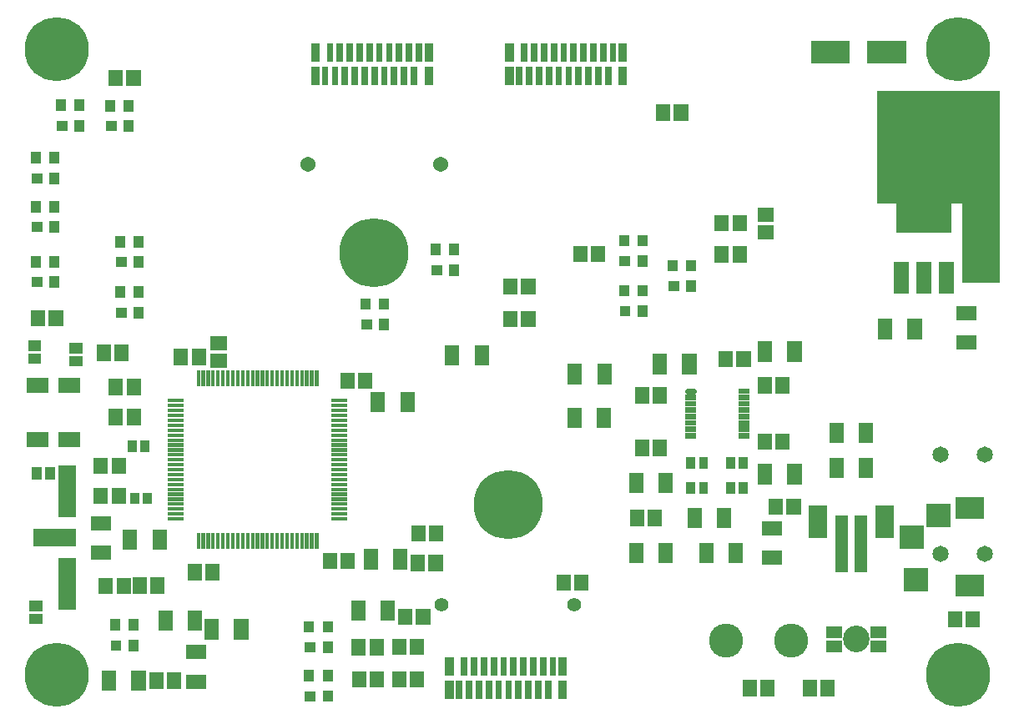
<source format=gbr>
G04 start of page 9 for group -4063 idx -4063 *
G04 Title: (unknown), componentmask *
G04 Creator: pcb 20110918 *
G04 CreationDate: Fri Feb 21 23:26:38 2014 UTC *
G04 For: fosse *
G04 Format: Gerber/RS-274X *
G04 PCB-Dimensions: 550000 350000 *
G04 PCB-Coordinate-Origin: lower left *
%MOIN*%
%FSLAX25Y25*%
%LNTOPMASK*%
%ADD192R,0.1500X0.1500*%
%ADD191R,0.0620X0.0620*%
%ADD190R,0.0907X0.0907*%
%ADD189R,0.4500X0.4500*%
%ADD188R,0.1280X0.1280*%
%ADD187R,0.0848X0.0848*%
%ADD186R,0.0927X0.0927*%
%ADD185R,0.0494X0.0494*%
%ADD184R,0.0472X0.0472*%
%ADD183R,0.0473X0.0473*%
%ADD182R,0.0336X0.0336*%
%ADD181R,0.0257X0.0257*%
%ADD180R,0.0258X0.0258*%
%ADD179C,0.0220*%
%ADD178R,0.0220X0.0220*%
%ADD177R,0.0730X0.0730*%
%ADD176R,0.0355X0.0355*%
%ADD175R,0.0691X0.0691*%
%ADD174R,0.0691X0.0691*%
%ADD173R,0.0140X0.0140*%
%ADD172R,0.0405X0.0405*%
%ADD171R,0.0612X0.0612*%
%ADD170R,0.0572X0.0572*%
%ADD169R,0.0400X0.0400*%
%ADD168C,0.0651*%
%ADD167C,0.1062*%
%ADD166C,0.2560*%
%ADD165C,0.0554*%
%ADD164C,0.1360*%
%ADD163C,0.0604*%
%ADD162C,0.2760*%
G54D162*X186500Y207000D03*
G54D163*X213076Y242206D03*
G54D162*X239910Y106240D03*
G54D164*X327110Y52090D03*
X353110D03*
G54D165*X266485Y66444D03*
X213335D03*
G54D163*X159926Y242206D03*
G54D166*X59610Y288340D03*
G54D167*X379000Y52500D03*
G54D166*X59610Y38340D03*
G54D168*X430327Y86744D03*
Y126256D03*
X412610Y86744D03*
Y126256D03*
G54D166*X419610Y288340D03*
Y38340D03*
G54D169*X85310Y203240D02*X85610D01*
X92410Y203540D02*Y202940D01*
Y211740D02*Y211140D01*
X85010Y211740D02*Y211140D01*
X51760Y236740D02*X52060D01*
X51460Y245240D02*Y244640D01*
X58860Y237040D02*Y236440D01*
Y245240D02*Y244640D01*
X61760Y257740D02*X62060D01*
X68860Y258040D02*Y257440D01*
X51760Y217240D02*X52060D01*
X58860Y217540D02*Y216940D01*
Y225740D02*Y225140D01*
X51460Y225740D02*Y225140D01*
X51760Y195240D02*X52060D01*
X58860Y195540D02*Y194940D01*
Y203740D02*Y203140D01*
X81310Y257540D02*X81610D01*
X88410Y257840D02*Y257240D01*
Y266040D02*Y265440D01*
X81010Y266040D02*Y265440D01*
G54D170*X83324Y277133D02*Y276347D01*
X90410Y277133D02*Y276347D01*
G54D169*X68860Y266240D02*Y265640D01*
X61460Y266240D02*Y265640D01*
X92410Y183340D02*Y182740D01*
G54D170*X124017Y170783D02*X124803D01*
X124017Y163697D02*X124803D01*
X109367Y165633D02*Y164847D01*
X116453Y165633D02*Y164847D01*
G54D169*X92410Y191540D02*Y190940D01*
X51460Y203740D02*Y203140D01*
G54D171*X50929Y132413D02*X53291D01*
X50929Y154067D02*X53291D01*
G54D172*X50418Y169799D02*X51402D01*
X50418Y164681D02*X51402D01*
G54D171*X63528Y132413D02*X65890D01*
X63528Y154067D02*X65890D01*
G54D173*X155658Y159248D02*Y154350D01*
X153690Y159248D02*Y154350D01*
X151721Y159248D02*Y154350D01*
X149753Y159248D02*Y154350D01*
X147784Y159248D02*Y154350D01*
X145816Y159248D02*Y154350D01*
X143847Y159248D02*Y154350D01*
X141879Y159248D02*Y154350D01*
X139910Y159248D02*Y154350D01*
X137942Y159248D02*Y154350D01*
X135973Y159248D02*Y154350D01*
X134005Y159248D02*Y154350D01*
X132036Y159248D02*Y154350D01*
X130068Y159248D02*Y154350D01*
X128099Y159248D02*Y154350D01*
X126131Y159248D02*Y154350D01*
X124162Y159248D02*Y154350D01*
X122194Y159248D02*Y154350D01*
X120225Y159248D02*Y154350D01*
X118257Y159248D02*Y154350D01*
X116288Y159248D02*Y154350D01*
G54D169*X85310Y183040D02*X85610D01*
G54D170*X85543Y167393D02*Y166607D01*
G54D169*X85010Y191540D02*Y190940D01*
G54D170*X52324Y181133D02*Y180347D01*
G54D172*X66918Y168799D02*X67902D01*
X66918Y163681D02*X67902D01*
G54D170*X78457Y167393D02*Y166607D01*
X59410Y181133D02*Y180347D01*
X114319Y47405D02*X116681D01*
X114319Y35595D02*X116681D01*
X106543Y36393D02*Y35607D01*
X133405Y57681D02*Y55319D01*
G54D169*X83260Y50028D02*X83560D01*
G54D170*X79367Y74133D02*Y73347D01*
X86453Y74133D02*Y73347D01*
G54D169*X90360Y50328D02*Y49728D01*
Y58528D02*Y57928D01*
X82960Y58528D02*Y57928D01*
G54D174*X53988Y93240D02*X63831D01*
G54D172*X50918Y65799D02*X51902D01*
X50918Y60681D02*X51902D01*
G54D175*X63831Y81626D02*Y67846D01*
G54D173*X104902Y102587D02*X109800D01*
X104902Y100618D02*X109800D01*
G54D170*X76319Y98905D02*X78681D01*
X76319Y87095D02*X78681D01*
X89005Y93421D02*Y91059D01*
X100815Y93421D02*Y91059D01*
G54D173*X116288Y94130D02*Y89232D01*
X118256Y94130D02*Y89232D01*
X120225Y94130D02*Y89232D01*
X122193Y94130D02*Y89232D01*
X124162Y94130D02*Y89232D01*
X126130Y94130D02*Y89232D01*
X128099Y94130D02*Y89232D01*
X130067Y94130D02*Y89232D01*
X132036Y94130D02*Y89232D01*
X134004Y94130D02*Y89232D01*
X135973Y94130D02*Y89232D01*
X137941Y94130D02*Y89232D01*
X139910Y94130D02*Y89232D01*
X141878Y94130D02*Y89232D01*
X143847Y94130D02*Y89232D01*
X145815Y94130D02*Y89232D01*
X147784Y94130D02*Y89232D01*
X149752Y94130D02*Y89232D01*
X151721Y94130D02*Y89232D01*
X153689Y94130D02*Y89232D01*
X155658Y94130D02*Y89232D01*
G54D170*X121595Y57681D02*Y55319D01*
X103095Y61181D02*Y58819D01*
X114905Y61181D02*Y58819D01*
X114910Y79633D02*Y78847D01*
X92914Y74393D02*Y73607D01*
X100000Y74393D02*Y73607D01*
X121996Y79633D02*Y78847D01*
X80595Y37181D02*Y34819D01*
X92405Y37181D02*Y34819D01*
X99457Y36393D02*Y35607D01*
X77367Y122133D02*Y121347D01*
X84453Y122133D02*Y121347D01*
X77367Y110133D02*Y109347D01*
X84453Y110133D02*Y109347D01*
G54D176*X90851Y109291D02*Y108307D01*
X95969Y109291D02*Y108307D01*
G54D172*X51851Y119232D02*Y118248D01*
X56969Y119232D02*Y118248D01*
G54D175*X63831Y118633D02*Y104853D01*
G54D170*X83367Y141633D02*Y140847D01*
X90453Y141633D02*Y140847D01*
X83367Y153633D02*Y152847D01*
X90453Y153633D02*Y152847D01*
G54D176*X89851Y130232D02*Y129248D01*
G54D173*X104902Y147862D02*X109800D01*
X104902Y145894D02*X109800D01*
X104902Y143925D02*X109800D01*
X104902Y141957D02*X109800D01*
X104902Y139988D02*X109800D01*
X104902Y138020D02*X109800D01*
X104902Y136051D02*X109800D01*
X104902Y134083D02*X109800D01*
G54D176*X94969Y130232D02*Y129248D01*
G54D173*X104902Y132114D02*X109800D01*
X104902Y130146D02*X109800D01*
X104902Y128177D02*X109800D01*
X104902Y126209D02*X109800D01*
X104902Y124240D02*X109800D01*
X104902Y122272D02*X109800D01*
X104902Y120303D02*X109800D01*
X104902Y118335D02*X109800D01*
X104902Y116366D02*X109800D01*
X104902Y114398D02*X109800D01*
X104902Y112429D02*X109800D01*
X104902Y110461D02*X109800D01*
X104902Y108492D02*X109800D01*
X104902Y106524D02*X109800D01*
X104902Y104555D02*X109800D01*
G54D170*X360457Y33393D02*Y32607D01*
X367543Y33393D02*Y32607D01*
X336457Y33393D02*Y32607D01*
X343543Y33393D02*Y32607D01*
X344319Y96905D02*X346681D01*
X314500Y102181D02*Y99819D01*
X326310Y102181D02*Y99819D01*
X346957Y105893D02*Y105107D01*
X354043Y105893D02*Y105107D01*
G54D177*X363678Y102184D02*Y96672D01*
G54D170*X344319Y85095D02*X346681D01*
X319095Y88181D02*Y85819D01*
X330905Y88181D02*Y85819D01*
G54D178*X311800Y133900D02*X314000D01*
G54D176*X313000Y123492D02*Y122508D01*
X318118Y123492D02*Y122508D01*
X328882Y123492D02*Y122508D01*
G54D178*X333000Y133800D02*X335200D01*
X333000Y136400D02*X335200D01*
X333000Y138900D02*X335200D01*
X333000Y141500D02*X335200D01*
X333000Y144100D02*X335200D01*
X333000Y146600D02*X335200D01*
X333000Y149200D02*X335200D01*
X333000Y151700D02*X335200D01*
G54D170*X342500Y154393D02*Y153607D01*
X349586Y154393D02*Y153607D01*
X342457Y131893D02*Y131107D01*
X349543Y131893D02*Y131107D01*
X342595Y119681D02*Y117319D01*
X354405Y119681D02*Y117319D01*
G54D176*X334000Y123492D02*Y122508D01*
X313000Y113492D02*Y112508D01*
X318118Y113492D02*Y112508D01*
X328882Y113492D02*Y112508D01*
X334000Y113492D02*Y112508D01*
G54D170*X241000Y180893D02*Y180107D01*
X248086Y180893D02*Y180107D01*
X240957Y193893D02*Y193107D01*
X248043Y193893D02*Y193107D01*
X268914Y206893D02*Y206107D01*
X276000Y206893D02*Y206107D01*
X266500Y142181D02*Y139819D01*
X278310Y142181D02*Y139819D01*
X291457Y101393D02*Y100607D01*
X298543Y101393D02*Y100607D01*
X293457Y129393D02*Y128607D01*
X300543Y129393D02*Y128607D01*
X291095Y116181D02*Y113819D01*
X302905Y116181D02*Y113819D01*
G54D179*X311800Y151800D02*X314000D01*
G54D178*X311800Y149200D02*X314000D01*
X311800Y146700D02*X314000D01*
G54D170*X293457Y150393D02*Y149607D01*
X300543Y150393D02*Y149607D01*
G54D178*X311800Y144100D02*X314000D01*
X311800Y141500D02*X314000D01*
X311800Y139000D02*X314000D01*
X311800Y136400D02*X314000D01*
G54D170*X229500Y167181D02*Y164819D01*
X266690Y159681D02*Y157319D01*
X278500Y159681D02*Y157319D01*
X300595Y163681D02*Y161319D01*
X312405Y163681D02*Y161319D01*
X327000Y164893D02*Y164107D01*
X334086Y164893D02*Y164107D01*
X342595Y168681D02*Y166319D01*
X354405Y168681D02*Y166319D01*
G54D169*X286590Y183590D02*X286890D01*
X293690Y183890D02*Y183290D01*
Y192090D02*Y191490D01*
X286290Y192090D02*Y191490D01*
G54D170*X211043Y83393D02*Y82607D01*
X269243Y75493D02*Y74707D01*
X262157Y75493D02*Y74707D01*
X291095Y88181D02*Y85819D01*
X302905Y88181D02*Y85819D01*
G54D180*X255945Y34608D02*Y29884D01*
X252008Y34608D02*Y29884D01*
X248071Y34608D02*Y29884D01*
G54D181*X257913Y44058D02*Y39333D01*
X253976Y44058D02*Y39333D01*
X250039Y44058D02*Y39333D01*
G54D180*X244134Y34608D02*Y29884D01*
X240197Y34608D02*Y29884D01*
X236260Y34608D02*Y29884D01*
G54D181*X246102Y44058D02*Y39333D01*
X242165Y44058D02*Y39333D01*
G54D180*X238228Y44057D02*Y39333D01*
G54D182*X261850Y34215D02*Y30278D01*
Y43664D02*Y39727D01*
G54D180*X232323Y34608D02*Y29884D01*
X228386Y34608D02*Y29884D01*
X224449Y34608D02*Y29884D01*
X220512Y34608D02*Y29884D01*
X234291Y44057D02*Y39333D01*
X230354Y44057D02*Y39333D01*
X226417Y44057D02*Y39333D01*
X222480Y44057D02*Y39333D01*
G54D182*X216574Y34215D02*Y30278D01*
Y43664D02*Y39727D01*
G54D170*X180457Y36893D02*Y36107D01*
X187543Y36893D02*Y36107D01*
X196457Y36893D02*Y36107D01*
X203543Y36893D02*Y36107D01*
G54D169*X160800Y29800D02*X161100D01*
X167900Y30100D02*Y29500D01*
Y38300D02*Y37700D01*
X160500Y38300D02*Y37700D01*
X160800Y49300D02*X161100D01*
X167900Y49600D02*Y49000D01*
X160500Y57800D02*Y57200D01*
G54D170*X180367Y49633D02*Y48847D01*
X187453Y49633D02*Y48847D01*
X196457Y49893D02*Y49107D01*
X203543Y49893D02*Y49107D01*
X204257Y95193D02*Y94407D01*
X211343Y95193D02*Y94407D01*
G54D173*X157626Y94130D02*Y89232D01*
X159595Y94130D02*Y89232D01*
X161563Y94130D02*Y89232D01*
X163532Y94130D02*Y89232D01*
G54D170*X180190Y65181D02*Y62819D01*
X192000Y65181D02*Y62819D01*
X198957Y61893D02*Y61107D01*
G54D169*X167900Y57800D02*Y57200D01*
G54D170*X168867Y84133D02*Y83347D01*
X206043Y61893D02*Y61107D01*
X203957Y83393D02*Y82607D01*
X175953Y84133D02*Y83347D01*
X185095Y85681D02*Y83319D01*
X196905Y85681D02*Y83319D01*
G54D183*X387070Y49548D02*X388646D01*
G54D184*X387070Y55453D02*X388646D01*
G54D183*X369354Y49548D02*X370928D01*
G54D184*X369354Y55453D02*X370929D01*
G54D185*X381002Y99428D02*Y81712D01*
X373128Y99428D02*Y81712D01*
G54D177*X390450Y102184D02*Y96672D01*
G54D186*X411626Y101902D02*X412020D01*
X402571Y76311D02*X402965D01*
X400996Y93240D02*X401390D01*
G54D187*X423043Y73949D02*X425799D01*
X423043Y105051D02*X425799D01*
G54D170*X418457Y60893D02*Y60107D01*
X425543Y60893D02*Y60107D01*
X301957Y263393D02*Y262607D01*
X309043Y263393D02*Y262607D01*
G54D169*X306040Y193590D02*X306340D01*
X305740Y202090D02*Y201490D01*
X286540Y203590D02*X286840D01*
X293640Y203890D02*Y203290D01*
Y212090D02*Y211490D01*
X313140Y193890D02*Y193290D01*
Y202090D02*Y201490D01*
G54D170*X325367Y206633D02*Y205847D01*
X332453Y206633D02*Y205847D01*
X342517Y215197D02*X343303D01*
X325367Y219133D02*Y218347D01*
X332453Y219133D02*Y218347D01*
X342517Y222283D02*X343303D01*
G54D188*X401500Y221400D02*X410500D01*
G54D189*X410000Y249000D02*X414000D01*
G54D180*X279943Y279992D02*Y275268D01*
X276006Y279992D02*Y275268D01*
X272069Y279992D02*Y275268D01*
X268132Y279992D02*Y275268D01*
G54D181*X281911Y289442D02*Y284717D01*
X277974Y289442D02*Y284717D01*
X274037Y289442D02*Y284717D01*
G54D182*X285848Y279599D02*Y275662D01*
Y289048D02*Y285111D01*
G54D190*X365600Y287250D02*X371899D01*
X388100D02*X394399D01*
G54D180*X264195Y279992D02*Y275268D01*
X260258Y279992D02*Y275268D01*
X256321Y279992D02*Y275268D01*
X252384Y279992D02*Y275268D01*
X248447Y279992D02*Y275268D01*
X244510Y279992D02*Y275268D01*
G54D182*X240572Y279599D02*Y275662D01*
G54D181*X270100Y289442D02*Y284717D01*
X266163Y289442D02*Y284717D01*
G54D180*X262226Y289441D02*Y284717D01*
X258289Y289441D02*Y284717D01*
X254352Y289441D02*Y284717D01*
X250415Y289441D02*Y284717D01*
X246478Y289441D02*Y284717D01*
G54D182*X240572Y289048D02*Y285111D01*
G54D170*X217690Y167181D02*Y164819D01*
G54D169*X183300Y178300D02*X183600D01*
X190400Y178600D02*Y178000D01*
Y186800D02*Y186200D01*
G54D170*X188005Y148421D02*Y146059D01*
X199815Y148421D02*Y146059D01*
G54D169*X183000Y186800D02*Y186200D01*
G54D170*X175867Y156133D02*Y155347D01*
X182953Y156133D02*Y155347D01*
G54D169*X211300Y200000D02*X211600D01*
X218400Y200300D02*Y199700D01*
Y208500D02*Y207900D01*
X211000Y208500D02*Y207900D01*
G54D173*X170020Y100618D02*X174918D01*
X170020Y102586D02*X174918D01*
X170020Y104555D02*X174918D01*
X170020Y106523D02*X174918D01*
X170020Y108492D02*X174918D01*
X170020Y110460D02*X174918D01*
X170020Y112429D02*X174918D01*
X170020Y114397D02*X174918D01*
X170020Y116366D02*X174918D01*
X170020Y118334D02*X174918D01*
X170020Y120303D02*X174918D01*
X170020Y122271D02*X174918D01*
X170020Y124240D02*X174918D01*
X170020Y126208D02*X174918D01*
X170020Y128177D02*X174918D01*
X170020Y130145D02*X174918D01*
X170020Y132114D02*X174918D01*
X170020Y134082D02*X174918D01*
X170020Y136051D02*X174918D01*
X170020Y138019D02*X174918D01*
X170020Y139988D02*X174918D01*
X170020Y141956D02*X174918D01*
X170020Y143925D02*X174918D01*
X170020Y145893D02*X174918D01*
X170020Y147862D02*X174918D01*
X163532Y159248D02*Y154350D01*
X161564Y159248D02*Y154350D01*
X159595Y159248D02*Y154350D01*
X157627Y159248D02*Y154350D01*
G54D169*X286240Y212090D02*Y211490D01*
G54D180*X202373Y280002D02*Y275278D01*
X198436Y280002D02*Y275278D01*
X194499Y280002D02*Y275278D01*
G54D181*X204341Y289452D02*Y284727D01*
X200404Y289452D02*Y284727D01*
X196467Y289452D02*Y284727D01*
G54D182*X208278Y279609D02*Y275672D01*
Y289058D02*Y285121D01*
G54D180*X190562Y280002D02*Y275278D01*
X186625Y280002D02*Y275278D01*
X182688Y280002D02*Y275278D01*
X178751Y280002D02*Y275278D01*
X174814Y280002D02*Y275278D01*
X170877Y280002D02*Y275278D01*
X166940Y280002D02*Y275278D01*
G54D182*X163002Y279609D02*Y275672D01*
G54D181*X192530Y289452D02*Y284727D01*
X188593Y289452D02*Y284727D01*
G54D180*X184656Y289451D02*Y284727D01*
X180719Y289451D02*Y284727D01*
X176782Y289451D02*Y284727D01*
X172845Y289451D02*Y284727D01*
X168908Y289451D02*Y284727D01*
G54D182*X163002Y289058D02*Y285121D01*
G54D191*X397000Y200300D02*Y193700D01*
G54D170*X390595Y177681D02*Y175319D01*
G54D191*X406000Y200300D02*Y193700D01*
X415100Y200300D02*Y193700D01*
G54D192*X429000Y224500D02*Y202500D01*
G54D170*X371095Y136181D02*Y133819D01*
X382905Y136181D02*Y133819D01*
X371095Y122181D02*Y119819D01*
X382905Y122181D02*Y119819D01*
X421819Y182905D02*X424181D01*
X421819Y171095D02*X424181D01*
X402405Y177681D02*Y175319D01*
M02*

</source>
